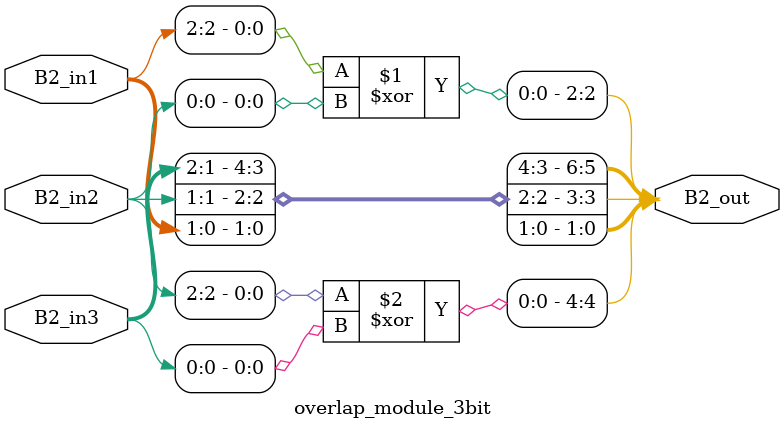
<source format=v>
`timescale 1ns / 1ps


module overlap_module_3bit(     
    B2_in1,                
    B2_in2,             
    B2_in3,   
    B2_out 
    );     


parameter n = 4;
    
input [n-2:0] B2_in1;   
input [n-2:0] B2_in2;    
input [n-2:0] B2_in3;    

output [2*n-2:0] B2_out;  
    


assign B2_out[0] = B2_in1[0];

assign B2_out[1] = B2_in1[1];

assign B2_out[2] = B2_in1[2]^ B2_in2[0];

assign B2_out[3] = B2_in2[1];

assign B2_out[4] = B2_in2[2]^B2_in3[0];

assign B2_out[5] = B2_in3[1];

assign B2_out[6] = B2_in3[2];

endmodule
</source>
